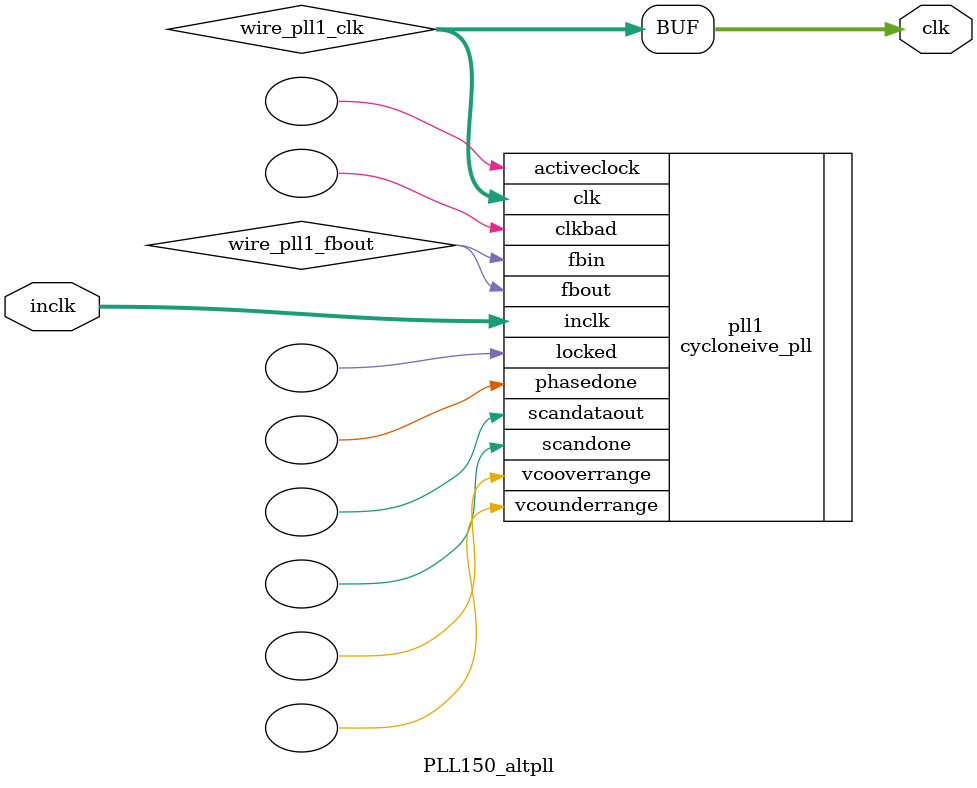
<source format=v>






//synthesis_resources = cycloneive_pll 1 
//synopsys translate_off
`timescale 1 ps / 1 ps
//synopsys translate_on
module  PLL150_altpll
	( 
	clk,
	inclk) /* synthesis synthesis_clearbox=1 */;
	output   [4:0]  clk;
	input   [1:0]  inclk;
`ifndef ALTERA_RESERVED_QIS
// synopsys translate_off
`endif
	tri0   [1:0]  inclk;
`ifndef ALTERA_RESERVED_QIS
// synopsys translate_on
`endif

	wire  [4:0]   wire_pll1_clk;
	wire  wire_pll1_fbout;

	cycloneive_pll   pll1
	( 
	.activeclock(),
	.clk(wire_pll1_clk),
	.clkbad(),
	.fbin(wire_pll1_fbout),
	.fbout(wire_pll1_fbout),
	.inclk(inclk),
	.locked(),
	.phasedone(),
	.scandataout(),
	.scandone(),
	.vcooverrange(),
	.vcounderrange()
	`ifndef FORMAL_VERIFICATION
	// synopsys translate_off
	`endif
	,
	.areset(1'b0),
	.clkswitch(1'b0),
	.configupdate(1'b0),
	.pfdena(1'b1),
	.phasecounterselect({3{1'b0}}),
	.phasestep(1'b0),
	.phaseupdown(1'b0),
	.scanclk(1'b0),
	.scanclkena(1'b1),
	.scandata(1'b0)
	`ifndef FORMAL_VERIFICATION
	// synopsys translate_on
	`endif
	);
	defparam
		pll1.bandwidth_type = "auto",
		pll1.clk0_divide_by = 1,
		pll1.clk0_duty_cycle = 50,
		pll1.clk0_multiply_by = 3,
		pll1.clk0_phase_shift = "0",
		pll1.compensate_clock = "clk0",
		pll1.inclk0_input_frequency = 20000,
		pll1.operation_mode = "normal",
		pll1.pll_type = "auto",
		pll1.lpm_type = "cycloneive_pll";
	assign
		clk = {wire_pll1_clk[4:0]};
endmodule //PLL150_altpll
//VALID FILE

</source>
